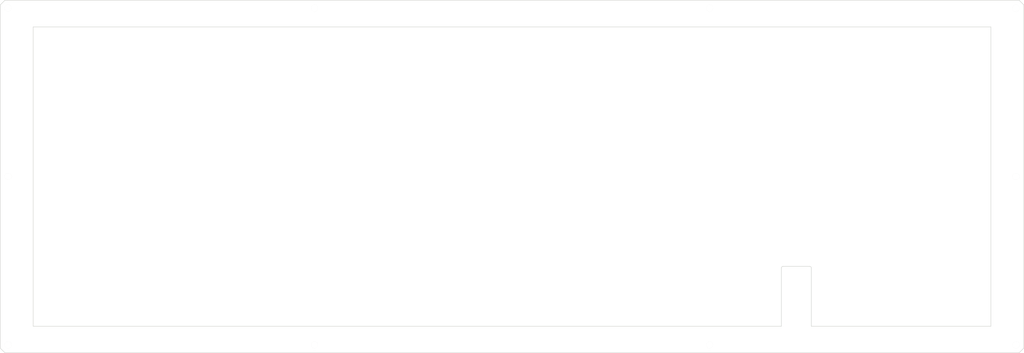
<source format=kicad_pcb>
(kicad_pcb (version 20171130) (host pcbnew "(5.1.10)-1")

  (general
    (thickness 1.6)
    (drawings 18)
    (tracks 0)
    (zones 0)
    (modules 10)
    (nets 1)
  )

  (page A3)
  (layers
    (0 F.Cu signal)
    (31 B.Cu signal)
    (32 B.Adhes user)
    (33 F.Adhes user)
    (34 B.Paste user)
    (35 F.Paste user)
    (36 B.SilkS user)
    (37 F.SilkS user)
    (38 B.Mask user)
    (39 F.Mask user)
    (40 Dwgs.User user)
    (41 Cmts.User user)
    (42 Eco1.User user)
    (43 Eco2.User user)
    (44 Edge.Cuts user)
    (45 Margin user)
    (46 B.CrtYd user)
    (47 F.CrtYd user)
    (48 B.Fab user)
    (49 F.Fab user)
  )

  (setup
    (last_trace_width 0.25)
    (user_trace_width 0.5)
    (user_trace_width 0.5)
    (trace_clearance 0.2)
    (zone_clearance 0.508)
    (zone_45_only no)
    (trace_min 0.2)
    (via_size 0.8)
    (via_drill 0.4)
    (via_min_size 0.4)
    (via_min_drill 0.3)
    (uvia_size 0.3)
    (uvia_drill 0.1)
    (uvias_allowed no)
    (uvia_min_size 0.2)
    (uvia_min_drill 0.1)
    (edge_width 0.1)
    (segment_width 0.2)
    (pcb_text_width 0.3)
    (pcb_text_size 1.5 1.5)
    (mod_edge_width 0.15)
    (mod_text_size 1 1)
    (mod_text_width 0.15)
    (pad_size 2.2 2.2)
    (pad_drill 2.2)
    (pad_to_mask_clearance 0)
    (aux_axis_origin 0 0)
    (visible_elements 7FFFFFFF)
    (pcbplotparams
      (layerselection 0x01000_7ffffffe)
      (usegerberextensions true)
      (usegerberattributes false)
      (usegerberadvancedattributes false)
      (creategerberjobfile false)
      (excludeedgelayer true)
      (linewidth 0.100000)
      (plotframeref false)
      (viasonmask false)
      (mode 1)
      (useauxorigin false)
      (hpglpennumber 1)
      (hpglpenspeed 20)
      (hpglpendiameter 15.000000)
      (psnegative false)
      (psa4output false)
      (plotreference true)
      (plotvalue true)
      (plotinvisibletext false)
      (padsonsilk false)
      (subtractmaskfromsilk false)
      (outputformat 4)
      (mirror false)
      (drillshape 0)
      (scaleselection 1)
      (outputdirectory "C:/Users/サリチル酸/Desktop/"))
  )

  (net 0 "")

  (net_class Default "これはデフォルトのネット クラスです。"
    (clearance 0.2)
    (trace_width 0.25)
    (via_dia 0.8)
    (via_drill 0.4)
    (uvia_dia 0.3)
    (uvia_drill 0.1)
  )

  (module kbd:HOLE_m2_Outline (layer F.Cu) (tedit 5DA73E67) (tstamp 60A2FDA6)
    (at 234.325 13.05)
    (descr "Mounting Hole 2.2mm, no annular, M2")
    (tags "mounting hole 2.2mm no annular m2")
    (path /629102E9)
    (attr virtual)
    (fp_text reference J12 (at 0 -3.2) (layer F.Fab) hide
      (effects (font (size 1 1) (thickness 0.15)))
    )
    (fp_text value Conn_01x01 (at 0 3.2) (layer F.Fab) hide
      (effects (font (size 1 1) (thickness 0.15)))
    )
    (fp_circle (center 0 0) (end 1.1 0) (layer Edge.Cuts) (width 0.01))
    (fp_text user %R (at 0.3 0) (layer F.Fab) hide
      (effects (font (size 1 1) (thickness 0.15)))
    )
  )

  (module kbd:HOLE_m2_Outline (layer F.Cu) (tedit 5DA73E67) (tstamp 60A2FDA0)
    (at 108.575 13.05)
    (descr "Mounting Hole 2.2mm, no annular, M2")
    (tags "mounting hole 2.2mm no annular m2")
    (path /64540392)
    (attr virtual)
    (fp_text reference J11 (at 0 -3.2) (layer F.Fab) hide
      (effects (font (size 1 1) (thickness 0.15)))
    )
    (fp_text value Conn_01x01 (at 0 3.2) (layer F.Fab) hide
      (effects (font (size 1 1) (thickness 0.15)))
    )
    (fp_circle (center 0 0) (end 1.1 0) (layer Edge.Cuts) (width 0.01))
    (fp_text user %R (at 0.3 0) (layer F.Fab) hide
      (effects (font (size 1 1) (thickness 0.15)))
    )
  )

  (module kbd:HOLE_m2_Outline (layer F.Cu) (tedit 5DA73E67) (tstamp 60A2FD8E)
    (at 11.075 13.05)
    (descr "Mounting Hole 2.2mm, no annular, M2")
    (tags "mounting hole 2.2mm no annular m2")
    (path /629E70F1)
    (attr virtual)
    (fp_text reference J8 (at 0 -3.2) (layer F.Fab) hide
      (effects (font (size 1 1) (thickness 0.15)))
    )
    (fp_text value Conn_01x01 (at 0 3.2) (layer F.Fab) hide
      (effects (font (size 1 1) (thickness 0.15)))
    )
    (fp_circle (center 0 0) (end 1.1 0) (layer Edge.Cuts) (width 0.01))
    (fp_text user %R (at 0.3 0) (layer F.Fab) hide
      (effects (font (size 1 1) (thickness 0.15)))
    )
  )

  (module kbd:HOLE_m2_Outline (layer F.Cu) (tedit 5DA73E67) (tstamp 60A2FD94)
    (at 11.075 66.65)
    (descr "Mounting Hole 2.2mm, no annular, M2")
    (tags "mounting hole 2.2mm no annular m2")
    (path /629E7105)
    (attr virtual)
    (fp_text reference J9 (at 0 -3.2) (layer F.Fab) hide
      (effects (font (size 1 1) (thickness 0.15)))
    )
    (fp_text value Conn_01x01 (at 0 3.2) (layer F.Fab) hide
      (effects (font (size 1 1) (thickness 0.15)))
    )
    (fp_circle (center 0 0) (end 1.1 0) (layer Edge.Cuts) (width 0.01))
    (fp_text user %R (at 0.3 0) (layer F.Fab) hide
      (effects (font (size 1 1) (thickness 0.15)))
    )
  )

  (module kbd:HOLE_m2_Outline (layer F.Cu) (tedit 5DA73E67) (tstamp 60A2FD9A)
    (at 11.075 120.25)
    (descr "Mounting Hole 2.2mm, no annular, M2")
    (tags "mounting hole 2.2mm no annular m2")
    (path /6454037E)
    (attr virtual)
    (fp_text reference J10 (at 0 -3.2) (layer F.Fab) hide
      (effects (font (size 1 1) (thickness 0.15)))
    )
    (fp_text value Conn_01x01 (at 0 3.2) (layer F.Fab) hide
      (effects (font (size 1 1) (thickness 0.15)))
    )
    (fp_circle (center 0 0) (end 1.1 0) (layer Edge.Cuts) (width 0.01))
    (fp_text user %R (at 0.3 0) (layer F.Fab) hide
      (effects (font (size 1 1) (thickness 0.15)))
    )
  )

  (module kbd:HOLE_m2_Outline (layer F.Cu) (tedit 5DA73E67) (tstamp 60A2FDB2)
    (at 234.325 120.25)
    (descr "Mounting Hole 2.2mm, no annular, M2")
    (tags "mounting hole 2.2mm no annular m2")
    (path /5CC48CD6)
    (attr virtual)
    (fp_text reference J14 (at 0 -3.2) (layer F.Fab) hide
      (effects (font (size 1 1) (thickness 0.15)))
    )
    (fp_text value Conn_01x01 (at 0 3.2) (layer F.Fab) hide
      (effects (font (size 1 1) (thickness 0.15)))
    )
    (fp_circle (center 0 0) (end 1.1 0) (layer Edge.Cuts) (width 0.01))
    (fp_text user %R (at 0.3 0) (layer F.Fab) hide
      (effects (font (size 1 1) (thickness 0.15)))
    )
  )

  (module kbd:HOLE_m2_Outline (layer F.Cu) (tedit 5DA73E67) (tstamp 60A2FDB8)
    (at 331.825 13.05)
    (descr "Mounting Hole 2.2mm, no annular, M2")
    (tags "mounting hole 2.2mm no annular m2")
    (path /5CC9EE7D)
    (attr virtual)
    (fp_text reference J15 (at 0 -3.2) (layer F.Fab) hide
      (effects (font (size 1 1) (thickness 0.15)))
    )
    (fp_text value Conn_01x01 (at 0 3.2) (layer F.Fab) hide
      (effects (font (size 1 1) (thickness 0.15)))
    )
    (fp_circle (center 0 0) (end 1.1 0) (layer Edge.Cuts) (width 0.01))
    (fp_text user %R (at 0.3 0) (layer F.Fab) hide
      (effects (font (size 1 1) (thickness 0.15)))
    )
  )

  (module kbd:HOLE_m2_Outline (layer F.Cu) (tedit 5DA73E67) (tstamp 60A2FDBE)
    (at 331.825 66.65)
    (descr "Mounting Hole 2.2mm, no annular, M2")
    (tags "mounting hole 2.2mm no annular m2")
    (path /629E70E7)
    (attr virtual)
    (fp_text reference J16 (at 0 -3.2) (layer F.Fab) hide
      (effects (font (size 1 1) (thickness 0.15)))
    )
    (fp_text value Conn_01x01 (at 0 3.2) (layer F.Fab) hide
      (effects (font (size 1 1) (thickness 0.15)))
    )
    (fp_circle (center 0 0) (end 1.1 0) (layer Edge.Cuts) (width 0.01))
    (fp_text user %R (at 0.3 0) (layer F.Fab) hide
      (effects (font (size 1 1) (thickness 0.15)))
    )
  )

  (module kbd:HOLE_m2_Outline (layer F.Cu) (tedit 5DA73E67) (tstamp 60A2FDC4)
    (at 331.825 120.25)
    (descr "Mounting Hole 2.2mm, no annular, M2")
    (tags "mounting hole 2.2mm no annular m2")
    (path /629E70FB)
    (attr virtual)
    (fp_text reference J17 (at 0 -3.2) (layer F.Fab) hide
      (effects (font (size 1 1) (thickness 0.15)))
    )
    (fp_text value Conn_01x01 (at 0 3.2) (layer F.Fab) hide
      (effects (font (size 1 1) (thickness 0.15)))
    )
    (fp_circle (center 0 0) (end 1.1 0) (layer Edge.Cuts) (width 0.01))
    (fp_text user %R (at 0.3 0) (layer F.Fab) hide
      (effects (font (size 1 1) (thickness 0.15)))
    )
  )

  (module kbd:HOLE_m2_Outline (layer F.Cu) (tedit 5DA73E67) (tstamp 60A2FDAC)
    (at 108.575 120.25)
    (descr "Mounting Hole 2.2mm, no annular, M2")
    (tags "mounting hole 2.2mm no annular m2")
    (path /629102FD)
    (attr virtual)
    (fp_text reference J13 (at 0 -3.2) (layer F.Fab) hide
      (effects (font (size 1 1) (thickness 0.15)))
    )
    (fp_text value Conn_01x01 (at 0 3.2) (layer F.Fab) hide
      (effects (font (size 1 1) (thickness 0.15)))
    )
    (fp_circle (center 0 0) (end 1.1 0) (layer Edge.Cuts) (width 0.01))
    (fp_text user %R (at 0.3 0) (layer F.Fab) hide
      (effects (font (size 1 1) (thickness 0.15)))
    )
  )

  (gr_arc (start 257.675 95.75) (end 257.675 95.25) (angle -90) (layer Edge.Cuts) (width 0.15) (tstamp 60B11B08))
  (gr_arc (start 266.2 95.75) (end 266.7 95.75) (angle -90) (layer Edge.Cuts) (width 0.15))
  (gr_line (start 266.7 114.3) (end 323.85 114.3) (layer Edge.Cuts) (width 0.15) (tstamp 60B11BC8))
  (gr_line (start 266.7 95.75) (end 266.7 114.3) (layer Edge.Cuts) (width 0.15))
  (gr_line (start 257.675 95.25) (end 266.2 95.25) (layer Edge.Cuts) (width 0.15))
  (gr_line (start 257.175 114.3) (end 257.175 95.75) (layer Edge.Cuts) (width 0.15))
  (gr_line (start 19.05 114.3) (end 257.175 114.3) (layer Edge.Cuts) (width 0.15))
  (gr_line (start 19.05 19.05) (end 19.05 114.3) (layer Edge.Cuts) (width 0.15))
  (gr_line (start 323.85 19.05) (end 19.05 19.05) (layer Edge.Cuts) (width 0.15))
  (gr_line (start 323.85 114.3) (end 323.85 19.05) (layer Edge.Cuts) (width 0.15))
  (gr_line (start 10.075 122.75) (end 8.575 121.25) (layer Edge.Cuts) (width 0.15) (tstamp 60883451))
  (gr_line (start 334.325 12.05) (end 332.825 10.55) (layer Edge.Cuts) (width 0.15) (tstamp 60883444))
  (gr_line (start 8.575 12.05) (end 10.075 10.55) (layer Edge.Cuts) (width 0.15) (tstamp 60883437))
  (gr_line (start 332.825 122.75) (end 334.325 121.25) (layer Edge.Cuts) (width 0.15))
  (gr_line (start 10.075 122.75) (end 332.825 122.75) (layer Edge.Cuts) (width 0.15))
  (gr_line (start 8.575 12.05) (end 8.575 121.25) (layer Edge.Cuts) (width 0.15))
  (gr_line (start 332.825 10.55) (end 10.075 10.55) (layer Edge.Cuts) (width 0.15))
  (gr_line (start 334.325 121.25) (end 334.325 12.05) (layer Edge.Cuts) (width 0.15))

)

</source>
